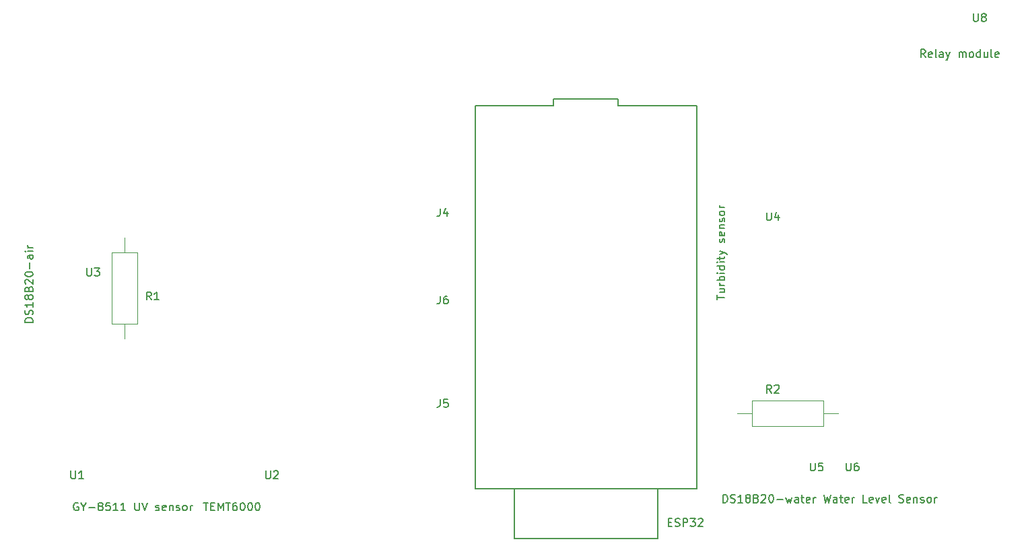
<source format=gbr>
%TF.GenerationSoftware,KiCad,Pcbnew,7.0.10*%
%TF.CreationDate,2024-02-03T15:37:23+02:00*%
%TF.ProjectId,Liubomir_Stanev_PCB,4c697562-6f6d-4697-925f-5374616e6576,rev?*%
%TF.SameCoordinates,Original*%
%TF.FileFunction,AssemblyDrawing,Top*%
%FSLAX46Y46*%
G04 Gerber Fmt 4.6, Leading zero omitted, Abs format (unit mm)*
G04 Created by KiCad (PCBNEW 7.0.10) date 2024-02-03 15:37:23*
%MOMM*%
%LPD*%
G01*
G04 APERTURE LIST*
%ADD10C,0.150000*%
%ADD11C,0.100000*%
%ADD12C,0.127000*%
G04 APERTURE END LIST*
D10*
X141238095Y-106454819D02*
X141238095Y-105454819D01*
X141238095Y-105454819D02*
X141476190Y-105454819D01*
X141476190Y-105454819D02*
X141619047Y-105502438D01*
X141619047Y-105502438D02*
X141714285Y-105597676D01*
X141714285Y-105597676D02*
X141761904Y-105692914D01*
X141761904Y-105692914D02*
X141809523Y-105883390D01*
X141809523Y-105883390D02*
X141809523Y-106026247D01*
X141809523Y-106026247D02*
X141761904Y-106216723D01*
X141761904Y-106216723D02*
X141714285Y-106311961D01*
X141714285Y-106311961D02*
X141619047Y-106407200D01*
X141619047Y-106407200D02*
X141476190Y-106454819D01*
X141476190Y-106454819D02*
X141238095Y-106454819D01*
X142190476Y-106407200D02*
X142333333Y-106454819D01*
X142333333Y-106454819D02*
X142571428Y-106454819D01*
X142571428Y-106454819D02*
X142666666Y-106407200D01*
X142666666Y-106407200D02*
X142714285Y-106359580D01*
X142714285Y-106359580D02*
X142761904Y-106264342D01*
X142761904Y-106264342D02*
X142761904Y-106169104D01*
X142761904Y-106169104D02*
X142714285Y-106073866D01*
X142714285Y-106073866D02*
X142666666Y-106026247D01*
X142666666Y-106026247D02*
X142571428Y-105978628D01*
X142571428Y-105978628D02*
X142380952Y-105931009D01*
X142380952Y-105931009D02*
X142285714Y-105883390D01*
X142285714Y-105883390D02*
X142238095Y-105835771D01*
X142238095Y-105835771D02*
X142190476Y-105740533D01*
X142190476Y-105740533D02*
X142190476Y-105645295D01*
X142190476Y-105645295D02*
X142238095Y-105550057D01*
X142238095Y-105550057D02*
X142285714Y-105502438D01*
X142285714Y-105502438D02*
X142380952Y-105454819D01*
X142380952Y-105454819D02*
X142619047Y-105454819D01*
X142619047Y-105454819D02*
X142761904Y-105502438D01*
X143714285Y-106454819D02*
X143142857Y-106454819D01*
X143428571Y-106454819D02*
X143428571Y-105454819D01*
X143428571Y-105454819D02*
X143333333Y-105597676D01*
X143333333Y-105597676D02*
X143238095Y-105692914D01*
X143238095Y-105692914D02*
X143142857Y-105740533D01*
X144285714Y-105883390D02*
X144190476Y-105835771D01*
X144190476Y-105835771D02*
X144142857Y-105788152D01*
X144142857Y-105788152D02*
X144095238Y-105692914D01*
X144095238Y-105692914D02*
X144095238Y-105645295D01*
X144095238Y-105645295D02*
X144142857Y-105550057D01*
X144142857Y-105550057D02*
X144190476Y-105502438D01*
X144190476Y-105502438D02*
X144285714Y-105454819D01*
X144285714Y-105454819D02*
X144476190Y-105454819D01*
X144476190Y-105454819D02*
X144571428Y-105502438D01*
X144571428Y-105502438D02*
X144619047Y-105550057D01*
X144619047Y-105550057D02*
X144666666Y-105645295D01*
X144666666Y-105645295D02*
X144666666Y-105692914D01*
X144666666Y-105692914D02*
X144619047Y-105788152D01*
X144619047Y-105788152D02*
X144571428Y-105835771D01*
X144571428Y-105835771D02*
X144476190Y-105883390D01*
X144476190Y-105883390D02*
X144285714Y-105883390D01*
X144285714Y-105883390D02*
X144190476Y-105931009D01*
X144190476Y-105931009D02*
X144142857Y-105978628D01*
X144142857Y-105978628D02*
X144095238Y-106073866D01*
X144095238Y-106073866D02*
X144095238Y-106264342D01*
X144095238Y-106264342D02*
X144142857Y-106359580D01*
X144142857Y-106359580D02*
X144190476Y-106407200D01*
X144190476Y-106407200D02*
X144285714Y-106454819D01*
X144285714Y-106454819D02*
X144476190Y-106454819D01*
X144476190Y-106454819D02*
X144571428Y-106407200D01*
X144571428Y-106407200D02*
X144619047Y-106359580D01*
X144619047Y-106359580D02*
X144666666Y-106264342D01*
X144666666Y-106264342D02*
X144666666Y-106073866D01*
X144666666Y-106073866D02*
X144619047Y-105978628D01*
X144619047Y-105978628D02*
X144571428Y-105931009D01*
X144571428Y-105931009D02*
X144476190Y-105883390D01*
X145428571Y-105931009D02*
X145571428Y-105978628D01*
X145571428Y-105978628D02*
X145619047Y-106026247D01*
X145619047Y-106026247D02*
X145666666Y-106121485D01*
X145666666Y-106121485D02*
X145666666Y-106264342D01*
X145666666Y-106264342D02*
X145619047Y-106359580D01*
X145619047Y-106359580D02*
X145571428Y-106407200D01*
X145571428Y-106407200D02*
X145476190Y-106454819D01*
X145476190Y-106454819D02*
X145095238Y-106454819D01*
X145095238Y-106454819D02*
X145095238Y-105454819D01*
X145095238Y-105454819D02*
X145428571Y-105454819D01*
X145428571Y-105454819D02*
X145523809Y-105502438D01*
X145523809Y-105502438D02*
X145571428Y-105550057D01*
X145571428Y-105550057D02*
X145619047Y-105645295D01*
X145619047Y-105645295D02*
X145619047Y-105740533D01*
X145619047Y-105740533D02*
X145571428Y-105835771D01*
X145571428Y-105835771D02*
X145523809Y-105883390D01*
X145523809Y-105883390D02*
X145428571Y-105931009D01*
X145428571Y-105931009D02*
X145095238Y-105931009D01*
X146047619Y-105550057D02*
X146095238Y-105502438D01*
X146095238Y-105502438D02*
X146190476Y-105454819D01*
X146190476Y-105454819D02*
X146428571Y-105454819D01*
X146428571Y-105454819D02*
X146523809Y-105502438D01*
X146523809Y-105502438D02*
X146571428Y-105550057D01*
X146571428Y-105550057D02*
X146619047Y-105645295D01*
X146619047Y-105645295D02*
X146619047Y-105740533D01*
X146619047Y-105740533D02*
X146571428Y-105883390D01*
X146571428Y-105883390D02*
X146000000Y-106454819D01*
X146000000Y-106454819D02*
X146619047Y-106454819D01*
X147238095Y-105454819D02*
X147333333Y-105454819D01*
X147333333Y-105454819D02*
X147428571Y-105502438D01*
X147428571Y-105502438D02*
X147476190Y-105550057D01*
X147476190Y-105550057D02*
X147523809Y-105645295D01*
X147523809Y-105645295D02*
X147571428Y-105835771D01*
X147571428Y-105835771D02*
X147571428Y-106073866D01*
X147571428Y-106073866D02*
X147523809Y-106264342D01*
X147523809Y-106264342D02*
X147476190Y-106359580D01*
X147476190Y-106359580D02*
X147428571Y-106407200D01*
X147428571Y-106407200D02*
X147333333Y-106454819D01*
X147333333Y-106454819D02*
X147238095Y-106454819D01*
X147238095Y-106454819D02*
X147142857Y-106407200D01*
X147142857Y-106407200D02*
X147095238Y-106359580D01*
X147095238Y-106359580D02*
X147047619Y-106264342D01*
X147047619Y-106264342D02*
X147000000Y-106073866D01*
X147000000Y-106073866D02*
X147000000Y-105835771D01*
X147000000Y-105835771D02*
X147047619Y-105645295D01*
X147047619Y-105645295D02*
X147095238Y-105550057D01*
X147095238Y-105550057D02*
X147142857Y-105502438D01*
X147142857Y-105502438D02*
X147238095Y-105454819D01*
X148000000Y-106073866D02*
X148761905Y-106073866D01*
X149142857Y-105788152D02*
X149333333Y-106454819D01*
X149333333Y-106454819D02*
X149523809Y-105978628D01*
X149523809Y-105978628D02*
X149714285Y-106454819D01*
X149714285Y-106454819D02*
X149904761Y-105788152D01*
X150714285Y-106454819D02*
X150714285Y-105931009D01*
X150714285Y-105931009D02*
X150666666Y-105835771D01*
X150666666Y-105835771D02*
X150571428Y-105788152D01*
X150571428Y-105788152D02*
X150380952Y-105788152D01*
X150380952Y-105788152D02*
X150285714Y-105835771D01*
X150714285Y-106407200D02*
X150619047Y-106454819D01*
X150619047Y-106454819D02*
X150380952Y-106454819D01*
X150380952Y-106454819D02*
X150285714Y-106407200D01*
X150285714Y-106407200D02*
X150238095Y-106311961D01*
X150238095Y-106311961D02*
X150238095Y-106216723D01*
X150238095Y-106216723D02*
X150285714Y-106121485D01*
X150285714Y-106121485D02*
X150380952Y-106073866D01*
X150380952Y-106073866D02*
X150619047Y-106073866D01*
X150619047Y-106073866D02*
X150714285Y-106026247D01*
X151047619Y-105788152D02*
X151428571Y-105788152D01*
X151190476Y-105454819D02*
X151190476Y-106311961D01*
X151190476Y-106311961D02*
X151238095Y-106407200D01*
X151238095Y-106407200D02*
X151333333Y-106454819D01*
X151333333Y-106454819D02*
X151428571Y-106454819D01*
X152142857Y-106407200D02*
X152047619Y-106454819D01*
X152047619Y-106454819D02*
X151857143Y-106454819D01*
X151857143Y-106454819D02*
X151761905Y-106407200D01*
X151761905Y-106407200D02*
X151714286Y-106311961D01*
X151714286Y-106311961D02*
X151714286Y-105931009D01*
X151714286Y-105931009D02*
X151761905Y-105835771D01*
X151761905Y-105835771D02*
X151857143Y-105788152D01*
X151857143Y-105788152D02*
X152047619Y-105788152D01*
X152047619Y-105788152D02*
X152142857Y-105835771D01*
X152142857Y-105835771D02*
X152190476Y-105931009D01*
X152190476Y-105931009D02*
X152190476Y-106026247D01*
X152190476Y-106026247D02*
X151714286Y-106121485D01*
X152619048Y-106454819D02*
X152619048Y-105788152D01*
X152619048Y-105978628D02*
X152666667Y-105883390D01*
X152666667Y-105883390D02*
X152714286Y-105835771D01*
X152714286Y-105835771D02*
X152809524Y-105788152D01*
X152809524Y-105788152D02*
X152904762Y-105788152D01*
X152238095Y-101454819D02*
X152238095Y-102264342D01*
X152238095Y-102264342D02*
X152285714Y-102359580D01*
X152285714Y-102359580D02*
X152333333Y-102407200D01*
X152333333Y-102407200D02*
X152428571Y-102454819D01*
X152428571Y-102454819D02*
X152619047Y-102454819D01*
X152619047Y-102454819D02*
X152714285Y-102407200D01*
X152714285Y-102407200D02*
X152761904Y-102359580D01*
X152761904Y-102359580D02*
X152809523Y-102264342D01*
X152809523Y-102264342D02*
X152809523Y-101454819D01*
X153761904Y-101454819D02*
X153285714Y-101454819D01*
X153285714Y-101454819D02*
X153238095Y-101931009D01*
X153238095Y-101931009D02*
X153285714Y-101883390D01*
X153285714Y-101883390D02*
X153380952Y-101835771D01*
X153380952Y-101835771D02*
X153619047Y-101835771D01*
X153619047Y-101835771D02*
X153714285Y-101883390D01*
X153714285Y-101883390D02*
X153761904Y-101931009D01*
X153761904Y-101931009D02*
X153809523Y-102026247D01*
X153809523Y-102026247D02*
X153809523Y-102264342D01*
X153809523Y-102264342D02*
X153761904Y-102359580D01*
X153761904Y-102359580D02*
X153714285Y-102407200D01*
X153714285Y-102407200D02*
X153619047Y-102454819D01*
X153619047Y-102454819D02*
X153380952Y-102454819D01*
X153380952Y-102454819D02*
X153285714Y-102407200D01*
X153285714Y-102407200D02*
X153238095Y-102359580D01*
X69333333Y-80954819D02*
X69000000Y-80478628D01*
X68761905Y-80954819D02*
X68761905Y-79954819D01*
X68761905Y-79954819D02*
X69142857Y-79954819D01*
X69142857Y-79954819D02*
X69238095Y-80002438D01*
X69238095Y-80002438D02*
X69285714Y-80050057D01*
X69285714Y-80050057D02*
X69333333Y-80145295D01*
X69333333Y-80145295D02*
X69333333Y-80288152D01*
X69333333Y-80288152D02*
X69285714Y-80383390D01*
X69285714Y-80383390D02*
X69238095Y-80431009D01*
X69238095Y-80431009D02*
X69142857Y-80478628D01*
X69142857Y-80478628D02*
X68761905Y-80478628D01*
X70285714Y-80954819D02*
X69714286Y-80954819D01*
X70000000Y-80954819D02*
X70000000Y-79954819D01*
X70000000Y-79954819D02*
X69904762Y-80097676D01*
X69904762Y-80097676D02*
X69809524Y-80192914D01*
X69809524Y-80192914D02*
X69714286Y-80240533D01*
X105666666Y-69454819D02*
X105666666Y-70169104D01*
X105666666Y-70169104D02*
X105619047Y-70311961D01*
X105619047Y-70311961D02*
X105523809Y-70407200D01*
X105523809Y-70407200D02*
X105380952Y-70454819D01*
X105380952Y-70454819D02*
X105285714Y-70454819D01*
X106571428Y-69788152D02*
X106571428Y-70454819D01*
X106333333Y-69407200D02*
X106095238Y-70121485D01*
X106095238Y-70121485D02*
X106714285Y-70121485D01*
X75904762Y-106454819D02*
X76476190Y-106454819D01*
X76190476Y-107454819D02*
X76190476Y-106454819D01*
X76809524Y-106931009D02*
X77142857Y-106931009D01*
X77285714Y-107454819D02*
X76809524Y-107454819D01*
X76809524Y-107454819D02*
X76809524Y-106454819D01*
X76809524Y-106454819D02*
X77285714Y-106454819D01*
X77714286Y-107454819D02*
X77714286Y-106454819D01*
X77714286Y-106454819D02*
X78047619Y-107169104D01*
X78047619Y-107169104D02*
X78380952Y-106454819D01*
X78380952Y-106454819D02*
X78380952Y-107454819D01*
X78714286Y-106454819D02*
X79285714Y-106454819D01*
X79000000Y-107454819D02*
X79000000Y-106454819D01*
X80047619Y-106454819D02*
X79857143Y-106454819D01*
X79857143Y-106454819D02*
X79761905Y-106502438D01*
X79761905Y-106502438D02*
X79714286Y-106550057D01*
X79714286Y-106550057D02*
X79619048Y-106692914D01*
X79619048Y-106692914D02*
X79571429Y-106883390D01*
X79571429Y-106883390D02*
X79571429Y-107264342D01*
X79571429Y-107264342D02*
X79619048Y-107359580D01*
X79619048Y-107359580D02*
X79666667Y-107407200D01*
X79666667Y-107407200D02*
X79761905Y-107454819D01*
X79761905Y-107454819D02*
X79952381Y-107454819D01*
X79952381Y-107454819D02*
X80047619Y-107407200D01*
X80047619Y-107407200D02*
X80095238Y-107359580D01*
X80095238Y-107359580D02*
X80142857Y-107264342D01*
X80142857Y-107264342D02*
X80142857Y-107026247D01*
X80142857Y-107026247D02*
X80095238Y-106931009D01*
X80095238Y-106931009D02*
X80047619Y-106883390D01*
X80047619Y-106883390D02*
X79952381Y-106835771D01*
X79952381Y-106835771D02*
X79761905Y-106835771D01*
X79761905Y-106835771D02*
X79666667Y-106883390D01*
X79666667Y-106883390D02*
X79619048Y-106931009D01*
X79619048Y-106931009D02*
X79571429Y-107026247D01*
X80761905Y-106454819D02*
X80857143Y-106454819D01*
X80857143Y-106454819D02*
X80952381Y-106502438D01*
X80952381Y-106502438D02*
X81000000Y-106550057D01*
X81000000Y-106550057D02*
X81047619Y-106645295D01*
X81047619Y-106645295D02*
X81095238Y-106835771D01*
X81095238Y-106835771D02*
X81095238Y-107073866D01*
X81095238Y-107073866D02*
X81047619Y-107264342D01*
X81047619Y-107264342D02*
X81000000Y-107359580D01*
X81000000Y-107359580D02*
X80952381Y-107407200D01*
X80952381Y-107407200D02*
X80857143Y-107454819D01*
X80857143Y-107454819D02*
X80761905Y-107454819D01*
X80761905Y-107454819D02*
X80666667Y-107407200D01*
X80666667Y-107407200D02*
X80619048Y-107359580D01*
X80619048Y-107359580D02*
X80571429Y-107264342D01*
X80571429Y-107264342D02*
X80523810Y-107073866D01*
X80523810Y-107073866D02*
X80523810Y-106835771D01*
X80523810Y-106835771D02*
X80571429Y-106645295D01*
X80571429Y-106645295D02*
X80619048Y-106550057D01*
X80619048Y-106550057D02*
X80666667Y-106502438D01*
X80666667Y-106502438D02*
X80761905Y-106454819D01*
X81714286Y-106454819D02*
X81809524Y-106454819D01*
X81809524Y-106454819D02*
X81904762Y-106502438D01*
X81904762Y-106502438D02*
X81952381Y-106550057D01*
X81952381Y-106550057D02*
X82000000Y-106645295D01*
X82000000Y-106645295D02*
X82047619Y-106835771D01*
X82047619Y-106835771D02*
X82047619Y-107073866D01*
X82047619Y-107073866D02*
X82000000Y-107264342D01*
X82000000Y-107264342D02*
X81952381Y-107359580D01*
X81952381Y-107359580D02*
X81904762Y-107407200D01*
X81904762Y-107407200D02*
X81809524Y-107454819D01*
X81809524Y-107454819D02*
X81714286Y-107454819D01*
X81714286Y-107454819D02*
X81619048Y-107407200D01*
X81619048Y-107407200D02*
X81571429Y-107359580D01*
X81571429Y-107359580D02*
X81523810Y-107264342D01*
X81523810Y-107264342D02*
X81476191Y-107073866D01*
X81476191Y-107073866D02*
X81476191Y-106835771D01*
X81476191Y-106835771D02*
X81523810Y-106645295D01*
X81523810Y-106645295D02*
X81571429Y-106550057D01*
X81571429Y-106550057D02*
X81619048Y-106502438D01*
X81619048Y-106502438D02*
X81714286Y-106454819D01*
X82666667Y-106454819D02*
X82761905Y-106454819D01*
X82761905Y-106454819D02*
X82857143Y-106502438D01*
X82857143Y-106502438D02*
X82904762Y-106550057D01*
X82904762Y-106550057D02*
X82952381Y-106645295D01*
X82952381Y-106645295D02*
X83000000Y-106835771D01*
X83000000Y-106835771D02*
X83000000Y-107073866D01*
X83000000Y-107073866D02*
X82952381Y-107264342D01*
X82952381Y-107264342D02*
X82904762Y-107359580D01*
X82904762Y-107359580D02*
X82857143Y-107407200D01*
X82857143Y-107407200D02*
X82761905Y-107454819D01*
X82761905Y-107454819D02*
X82666667Y-107454819D01*
X82666667Y-107454819D02*
X82571429Y-107407200D01*
X82571429Y-107407200D02*
X82523810Y-107359580D01*
X82523810Y-107359580D02*
X82476191Y-107264342D01*
X82476191Y-107264342D02*
X82428572Y-107073866D01*
X82428572Y-107073866D02*
X82428572Y-106835771D01*
X82428572Y-106835771D02*
X82476191Y-106645295D01*
X82476191Y-106645295D02*
X82523810Y-106550057D01*
X82523810Y-106550057D02*
X82571429Y-106502438D01*
X82571429Y-106502438D02*
X82666667Y-106454819D01*
X83738095Y-102454819D02*
X83738095Y-103264342D01*
X83738095Y-103264342D02*
X83785714Y-103359580D01*
X83785714Y-103359580D02*
X83833333Y-103407200D01*
X83833333Y-103407200D02*
X83928571Y-103454819D01*
X83928571Y-103454819D02*
X84119047Y-103454819D01*
X84119047Y-103454819D02*
X84214285Y-103407200D01*
X84214285Y-103407200D02*
X84261904Y-103359580D01*
X84261904Y-103359580D02*
X84309523Y-103264342D01*
X84309523Y-103264342D02*
X84309523Y-102454819D01*
X84738095Y-102550057D02*
X84785714Y-102502438D01*
X84785714Y-102502438D02*
X84880952Y-102454819D01*
X84880952Y-102454819D02*
X85119047Y-102454819D01*
X85119047Y-102454819D02*
X85214285Y-102502438D01*
X85214285Y-102502438D02*
X85261904Y-102550057D01*
X85261904Y-102550057D02*
X85309523Y-102645295D01*
X85309523Y-102645295D02*
X85309523Y-102740533D01*
X85309523Y-102740533D02*
X85261904Y-102883390D01*
X85261904Y-102883390D02*
X84690476Y-103454819D01*
X84690476Y-103454819D02*
X85309523Y-103454819D01*
X166690475Y-50454819D02*
X166357142Y-49978628D01*
X166119047Y-50454819D02*
X166119047Y-49454819D01*
X166119047Y-49454819D02*
X166499999Y-49454819D01*
X166499999Y-49454819D02*
X166595237Y-49502438D01*
X166595237Y-49502438D02*
X166642856Y-49550057D01*
X166642856Y-49550057D02*
X166690475Y-49645295D01*
X166690475Y-49645295D02*
X166690475Y-49788152D01*
X166690475Y-49788152D02*
X166642856Y-49883390D01*
X166642856Y-49883390D02*
X166595237Y-49931009D01*
X166595237Y-49931009D02*
X166499999Y-49978628D01*
X166499999Y-49978628D02*
X166119047Y-49978628D01*
X167499999Y-50407200D02*
X167404761Y-50454819D01*
X167404761Y-50454819D02*
X167214285Y-50454819D01*
X167214285Y-50454819D02*
X167119047Y-50407200D01*
X167119047Y-50407200D02*
X167071428Y-50311961D01*
X167071428Y-50311961D02*
X167071428Y-49931009D01*
X167071428Y-49931009D02*
X167119047Y-49835771D01*
X167119047Y-49835771D02*
X167214285Y-49788152D01*
X167214285Y-49788152D02*
X167404761Y-49788152D01*
X167404761Y-49788152D02*
X167499999Y-49835771D01*
X167499999Y-49835771D02*
X167547618Y-49931009D01*
X167547618Y-49931009D02*
X167547618Y-50026247D01*
X167547618Y-50026247D02*
X167071428Y-50121485D01*
X168119047Y-50454819D02*
X168023809Y-50407200D01*
X168023809Y-50407200D02*
X167976190Y-50311961D01*
X167976190Y-50311961D02*
X167976190Y-49454819D01*
X168928571Y-50454819D02*
X168928571Y-49931009D01*
X168928571Y-49931009D02*
X168880952Y-49835771D01*
X168880952Y-49835771D02*
X168785714Y-49788152D01*
X168785714Y-49788152D02*
X168595238Y-49788152D01*
X168595238Y-49788152D02*
X168500000Y-49835771D01*
X168928571Y-50407200D02*
X168833333Y-50454819D01*
X168833333Y-50454819D02*
X168595238Y-50454819D01*
X168595238Y-50454819D02*
X168500000Y-50407200D01*
X168500000Y-50407200D02*
X168452381Y-50311961D01*
X168452381Y-50311961D02*
X168452381Y-50216723D01*
X168452381Y-50216723D02*
X168500000Y-50121485D01*
X168500000Y-50121485D02*
X168595238Y-50073866D01*
X168595238Y-50073866D02*
X168833333Y-50073866D01*
X168833333Y-50073866D02*
X168928571Y-50026247D01*
X169309524Y-49788152D02*
X169547619Y-50454819D01*
X169785714Y-49788152D02*
X169547619Y-50454819D01*
X169547619Y-50454819D02*
X169452381Y-50692914D01*
X169452381Y-50692914D02*
X169404762Y-50740533D01*
X169404762Y-50740533D02*
X169309524Y-50788152D01*
X170928572Y-50454819D02*
X170928572Y-49788152D01*
X170928572Y-49883390D02*
X170976191Y-49835771D01*
X170976191Y-49835771D02*
X171071429Y-49788152D01*
X171071429Y-49788152D02*
X171214286Y-49788152D01*
X171214286Y-49788152D02*
X171309524Y-49835771D01*
X171309524Y-49835771D02*
X171357143Y-49931009D01*
X171357143Y-49931009D02*
X171357143Y-50454819D01*
X171357143Y-49931009D02*
X171404762Y-49835771D01*
X171404762Y-49835771D02*
X171500000Y-49788152D01*
X171500000Y-49788152D02*
X171642857Y-49788152D01*
X171642857Y-49788152D02*
X171738096Y-49835771D01*
X171738096Y-49835771D02*
X171785715Y-49931009D01*
X171785715Y-49931009D02*
X171785715Y-50454819D01*
X172404762Y-50454819D02*
X172309524Y-50407200D01*
X172309524Y-50407200D02*
X172261905Y-50359580D01*
X172261905Y-50359580D02*
X172214286Y-50264342D01*
X172214286Y-50264342D02*
X172214286Y-49978628D01*
X172214286Y-49978628D02*
X172261905Y-49883390D01*
X172261905Y-49883390D02*
X172309524Y-49835771D01*
X172309524Y-49835771D02*
X172404762Y-49788152D01*
X172404762Y-49788152D02*
X172547619Y-49788152D01*
X172547619Y-49788152D02*
X172642857Y-49835771D01*
X172642857Y-49835771D02*
X172690476Y-49883390D01*
X172690476Y-49883390D02*
X172738095Y-49978628D01*
X172738095Y-49978628D02*
X172738095Y-50264342D01*
X172738095Y-50264342D02*
X172690476Y-50359580D01*
X172690476Y-50359580D02*
X172642857Y-50407200D01*
X172642857Y-50407200D02*
X172547619Y-50454819D01*
X172547619Y-50454819D02*
X172404762Y-50454819D01*
X173595238Y-50454819D02*
X173595238Y-49454819D01*
X173595238Y-50407200D02*
X173500000Y-50454819D01*
X173500000Y-50454819D02*
X173309524Y-50454819D01*
X173309524Y-50454819D02*
X173214286Y-50407200D01*
X173214286Y-50407200D02*
X173166667Y-50359580D01*
X173166667Y-50359580D02*
X173119048Y-50264342D01*
X173119048Y-50264342D02*
X173119048Y-49978628D01*
X173119048Y-49978628D02*
X173166667Y-49883390D01*
X173166667Y-49883390D02*
X173214286Y-49835771D01*
X173214286Y-49835771D02*
X173309524Y-49788152D01*
X173309524Y-49788152D02*
X173500000Y-49788152D01*
X173500000Y-49788152D02*
X173595238Y-49835771D01*
X174500000Y-49788152D02*
X174500000Y-50454819D01*
X174071429Y-49788152D02*
X174071429Y-50311961D01*
X174071429Y-50311961D02*
X174119048Y-50407200D01*
X174119048Y-50407200D02*
X174214286Y-50454819D01*
X174214286Y-50454819D02*
X174357143Y-50454819D01*
X174357143Y-50454819D02*
X174452381Y-50407200D01*
X174452381Y-50407200D02*
X174500000Y-50359580D01*
X175119048Y-50454819D02*
X175023810Y-50407200D01*
X175023810Y-50407200D02*
X174976191Y-50311961D01*
X174976191Y-50311961D02*
X174976191Y-49454819D01*
X175880953Y-50407200D02*
X175785715Y-50454819D01*
X175785715Y-50454819D02*
X175595239Y-50454819D01*
X175595239Y-50454819D02*
X175500001Y-50407200D01*
X175500001Y-50407200D02*
X175452382Y-50311961D01*
X175452382Y-50311961D02*
X175452382Y-49931009D01*
X175452382Y-49931009D02*
X175500001Y-49835771D01*
X175500001Y-49835771D02*
X175595239Y-49788152D01*
X175595239Y-49788152D02*
X175785715Y-49788152D01*
X175785715Y-49788152D02*
X175880953Y-49835771D01*
X175880953Y-49835771D02*
X175928572Y-49931009D01*
X175928572Y-49931009D02*
X175928572Y-50026247D01*
X175928572Y-50026247D02*
X175452382Y-50121485D01*
X172738095Y-44954819D02*
X172738095Y-45764342D01*
X172738095Y-45764342D02*
X172785714Y-45859580D01*
X172785714Y-45859580D02*
X172833333Y-45907200D01*
X172833333Y-45907200D02*
X172928571Y-45954819D01*
X172928571Y-45954819D02*
X173119047Y-45954819D01*
X173119047Y-45954819D02*
X173214285Y-45907200D01*
X173214285Y-45907200D02*
X173261904Y-45859580D01*
X173261904Y-45859580D02*
X173309523Y-45764342D01*
X173309523Y-45764342D02*
X173309523Y-44954819D01*
X173928571Y-45383390D02*
X173833333Y-45335771D01*
X173833333Y-45335771D02*
X173785714Y-45288152D01*
X173785714Y-45288152D02*
X173738095Y-45192914D01*
X173738095Y-45192914D02*
X173738095Y-45145295D01*
X173738095Y-45145295D02*
X173785714Y-45050057D01*
X173785714Y-45050057D02*
X173833333Y-45002438D01*
X173833333Y-45002438D02*
X173928571Y-44954819D01*
X173928571Y-44954819D02*
X174119047Y-44954819D01*
X174119047Y-44954819D02*
X174214285Y-45002438D01*
X174214285Y-45002438D02*
X174261904Y-45050057D01*
X174261904Y-45050057D02*
X174309523Y-45145295D01*
X174309523Y-45145295D02*
X174309523Y-45192914D01*
X174309523Y-45192914D02*
X174261904Y-45288152D01*
X174261904Y-45288152D02*
X174214285Y-45335771D01*
X174214285Y-45335771D02*
X174119047Y-45383390D01*
X174119047Y-45383390D02*
X173928571Y-45383390D01*
X173928571Y-45383390D02*
X173833333Y-45431009D01*
X173833333Y-45431009D02*
X173785714Y-45478628D01*
X173785714Y-45478628D02*
X173738095Y-45573866D01*
X173738095Y-45573866D02*
X173738095Y-45764342D01*
X173738095Y-45764342D02*
X173785714Y-45859580D01*
X173785714Y-45859580D02*
X173833333Y-45907200D01*
X173833333Y-45907200D02*
X173928571Y-45954819D01*
X173928571Y-45954819D02*
X174119047Y-45954819D01*
X174119047Y-45954819D02*
X174214285Y-45907200D01*
X174214285Y-45907200D02*
X174261904Y-45859580D01*
X174261904Y-45859580D02*
X174309523Y-45764342D01*
X174309523Y-45764342D02*
X174309523Y-45573866D01*
X174309523Y-45573866D02*
X174261904Y-45478628D01*
X174261904Y-45478628D02*
X174214285Y-45431009D01*
X174214285Y-45431009D02*
X174119047Y-45383390D01*
X105666666Y-80454819D02*
X105666666Y-81169104D01*
X105666666Y-81169104D02*
X105619047Y-81311961D01*
X105619047Y-81311961D02*
X105523809Y-81407200D01*
X105523809Y-81407200D02*
X105380952Y-81454819D01*
X105380952Y-81454819D02*
X105285714Y-81454819D01*
X106571428Y-80454819D02*
X106380952Y-80454819D01*
X106380952Y-80454819D02*
X106285714Y-80502438D01*
X106285714Y-80502438D02*
X106238095Y-80550057D01*
X106238095Y-80550057D02*
X106142857Y-80692914D01*
X106142857Y-80692914D02*
X106095238Y-80883390D01*
X106095238Y-80883390D02*
X106095238Y-81264342D01*
X106095238Y-81264342D02*
X106142857Y-81359580D01*
X106142857Y-81359580D02*
X106190476Y-81407200D01*
X106190476Y-81407200D02*
X106285714Y-81454819D01*
X106285714Y-81454819D02*
X106476190Y-81454819D01*
X106476190Y-81454819D02*
X106571428Y-81407200D01*
X106571428Y-81407200D02*
X106619047Y-81359580D01*
X106619047Y-81359580D02*
X106666666Y-81264342D01*
X106666666Y-81264342D02*
X106666666Y-81026247D01*
X106666666Y-81026247D02*
X106619047Y-80931009D01*
X106619047Y-80931009D02*
X106571428Y-80883390D01*
X106571428Y-80883390D02*
X106476190Y-80835771D01*
X106476190Y-80835771D02*
X106285714Y-80835771D01*
X106285714Y-80835771D02*
X106190476Y-80883390D01*
X106190476Y-80883390D02*
X106142857Y-80931009D01*
X106142857Y-80931009D02*
X106095238Y-81026247D01*
X134357143Y-108931009D02*
X134690476Y-108931009D01*
X134833333Y-109454819D02*
X134357143Y-109454819D01*
X134357143Y-109454819D02*
X134357143Y-108454819D01*
X134357143Y-108454819D02*
X134833333Y-108454819D01*
X135214286Y-109407200D02*
X135357143Y-109454819D01*
X135357143Y-109454819D02*
X135595238Y-109454819D01*
X135595238Y-109454819D02*
X135690476Y-109407200D01*
X135690476Y-109407200D02*
X135738095Y-109359580D01*
X135738095Y-109359580D02*
X135785714Y-109264342D01*
X135785714Y-109264342D02*
X135785714Y-109169104D01*
X135785714Y-109169104D02*
X135738095Y-109073866D01*
X135738095Y-109073866D02*
X135690476Y-109026247D01*
X135690476Y-109026247D02*
X135595238Y-108978628D01*
X135595238Y-108978628D02*
X135404762Y-108931009D01*
X135404762Y-108931009D02*
X135309524Y-108883390D01*
X135309524Y-108883390D02*
X135261905Y-108835771D01*
X135261905Y-108835771D02*
X135214286Y-108740533D01*
X135214286Y-108740533D02*
X135214286Y-108645295D01*
X135214286Y-108645295D02*
X135261905Y-108550057D01*
X135261905Y-108550057D02*
X135309524Y-108502438D01*
X135309524Y-108502438D02*
X135404762Y-108454819D01*
X135404762Y-108454819D02*
X135642857Y-108454819D01*
X135642857Y-108454819D02*
X135785714Y-108502438D01*
X136214286Y-109454819D02*
X136214286Y-108454819D01*
X136214286Y-108454819D02*
X136595238Y-108454819D01*
X136595238Y-108454819D02*
X136690476Y-108502438D01*
X136690476Y-108502438D02*
X136738095Y-108550057D01*
X136738095Y-108550057D02*
X136785714Y-108645295D01*
X136785714Y-108645295D02*
X136785714Y-108788152D01*
X136785714Y-108788152D02*
X136738095Y-108883390D01*
X136738095Y-108883390D02*
X136690476Y-108931009D01*
X136690476Y-108931009D02*
X136595238Y-108978628D01*
X136595238Y-108978628D02*
X136214286Y-108978628D01*
X137119048Y-108454819D02*
X137738095Y-108454819D01*
X137738095Y-108454819D02*
X137404762Y-108835771D01*
X137404762Y-108835771D02*
X137547619Y-108835771D01*
X137547619Y-108835771D02*
X137642857Y-108883390D01*
X137642857Y-108883390D02*
X137690476Y-108931009D01*
X137690476Y-108931009D02*
X137738095Y-109026247D01*
X137738095Y-109026247D02*
X137738095Y-109264342D01*
X137738095Y-109264342D02*
X137690476Y-109359580D01*
X137690476Y-109359580D02*
X137642857Y-109407200D01*
X137642857Y-109407200D02*
X137547619Y-109454819D01*
X137547619Y-109454819D02*
X137261905Y-109454819D01*
X137261905Y-109454819D02*
X137166667Y-109407200D01*
X137166667Y-109407200D02*
X137119048Y-109359580D01*
X138119048Y-108550057D02*
X138166667Y-108502438D01*
X138166667Y-108502438D02*
X138261905Y-108454819D01*
X138261905Y-108454819D02*
X138500000Y-108454819D01*
X138500000Y-108454819D02*
X138595238Y-108502438D01*
X138595238Y-108502438D02*
X138642857Y-108550057D01*
X138642857Y-108550057D02*
X138690476Y-108645295D01*
X138690476Y-108645295D02*
X138690476Y-108740533D01*
X138690476Y-108740533D02*
X138642857Y-108883390D01*
X138642857Y-108883390D02*
X138071429Y-109454819D01*
X138071429Y-109454819D02*
X138690476Y-109454819D01*
X105666666Y-93454819D02*
X105666666Y-94169104D01*
X105666666Y-94169104D02*
X105619047Y-94311961D01*
X105619047Y-94311961D02*
X105523809Y-94407200D01*
X105523809Y-94407200D02*
X105380952Y-94454819D01*
X105380952Y-94454819D02*
X105285714Y-94454819D01*
X106619047Y-93454819D02*
X106142857Y-93454819D01*
X106142857Y-93454819D02*
X106095238Y-93931009D01*
X106095238Y-93931009D02*
X106142857Y-93883390D01*
X106142857Y-93883390D02*
X106238095Y-93835771D01*
X106238095Y-93835771D02*
X106476190Y-93835771D01*
X106476190Y-93835771D02*
X106571428Y-93883390D01*
X106571428Y-93883390D02*
X106619047Y-93931009D01*
X106619047Y-93931009D02*
X106666666Y-94026247D01*
X106666666Y-94026247D02*
X106666666Y-94264342D01*
X106666666Y-94264342D02*
X106619047Y-94359580D01*
X106619047Y-94359580D02*
X106571428Y-94407200D01*
X106571428Y-94407200D02*
X106476190Y-94454819D01*
X106476190Y-94454819D02*
X106238095Y-94454819D01*
X106238095Y-94454819D02*
X106142857Y-94407200D01*
X106142857Y-94407200D02*
X106095238Y-94359580D01*
X147333333Y-92654819D02*
X147000000Y-92178628D01*
X146761905Y-92654819D02*
X146761905Y-91654819D01*
X146761905Y-91654819D02*
X147142857Y-91654819D01*
X147142857Y-91654819D02*
X147238095Y-91702438D01*
X147238095Y-91702438D02*
X147285714Y-91750057D01*
X147285714Y-91750057D02*
X147333333Y-91845295D01*
X147333333Y-91845295D02*
X147333333Y-91988152D01*
X147333333Y-91988152D02*
X147285714Y-92083390D01*
X147285714Y-92083390D02*
X147238095Y-92131009D01*
X147238095Y-92131009D02*
X147142857Y-92178628D01*
X147142857Y-92178628D02*
X146761905Y-92178628D01*
X147714286Y-91750057D02*
X147761905Y-91702438D01*
X147761905Y-91702438D02*
X147857143Y-91654819D01*
X147857143Y-91654819D02*
X148095238Y-91654819D01*
X148095238Y-91654819D02*
X148190476Y-91702438D01*
X148190476Y-91702438D02*
X148238095Y-91750057D01*
X148238095Y-91750057D02*
X148285714Y-91845295D01*
X148285714Y-91845295D02*
X148285714Y-91940533D01*
X148285714Y-91940533D02*
X148238095Y-92083390D01*
X148238095Y-92083390D02*
X147666667Y-92654819D01*
X147666667Y-92654819D02*
X148285714Y-92654819D01*
X153904760Y-105454819D02*
X154142855Y-106454819D01*
X154142855Y-106454819D02*
X154333331Y-105740533D01*
X154333331Y-105740533D02*
X154523807Y-106454819D01*
X154523807Y-106454819D02*
X154761903Y-105454819D01*
X155571426Y-106454819D02*
X155571426Y-105931009D01*
X155571426Y-105931009D02*
X155523807Y-105835771D01*
X155523807Y-105835771D02*
X155428569Y-105788152D01*
X155428569Y-105788152D02*
X155238093Y-105788152D01*
X155238093Y-105788152D02*
X155142855Y-105835771D01*
X155571426Y-106407200D02*
X155476188Y-106454819D01*
X155476188Y-106454819D02*
X155238093Y-106454819D01*
X155238093Y-106454819D02*
X155142855Y-106407200D01*
X155142855Y-106407200D02*
X155095236Y-106311961D01*
X155095236Y-106311961D02*
X155095236Y-106216723D01*
X155095236Y-106216723D02*
X155142855Y-106121485D01*
X155142855Y-106121485D02*
X155238093Y-106073866D01*
X155238093Y-106073866D02*
X155476188Y-106073866D01*
X155476188Y-106073866D02*
X155571426Y-106026247D01*
X155904760Y-105788152D02*
X156285712Y-105788152D01*
X156047617Y-105454819D02*
X156047617Y-106311961D01*
X156047617Y-106311961D02*
X156095236Y-106407200D01*
X156095236Y-106407200D02*
X156190474Y-106454819D01*
X156190474Y-106454819D02*
X156285712Y-106454819D01*
X156999998Y-106407200D02*
X156904760Y-106454819D01*
X156904760Y-106454819D02*
X156714284Y-106454819D01*
X156714284Y-106454819D02*
X156619046Y-106407200D01*
X156619046Y-106407200D02*
X156571427Y-106311961D01*
X156571427Y-106311961D02*
X156571427Y-105931009D01*
X156571427Y-105931009D02*
X156619046Y-105835771D01*
X156619046Y-105835771D02*
X156714284Y-105788152D01*
X156714284Y-105788152D02*
X156904760Y-105788152D01*
X156904760Y-105788152D02*
X156999998Y-105835771D01*
X156999998Y-105835771D02*
X157047617Y-105931009D01*
X157047617Y-105931009D02*
X157047617Y-106026247D01*
X157047617Y-106026247D02*
X156571427Y-106121485D01*
X157476189Y-106454819D02*
X157476189Y-105788152D01*
X157476189Y-105978628D02*
X157523808Y-105883390D01*
X157523808Y-105883390D02*
X157571427Y-105835771D01*
X157571427Y-105835771D02*
X157666665Y-105788152D01*
X157666665Y-105788152D02*
X157761903Y-105788152D01*
X159333332Y-106454819D02*
X158857142Y-106454819D01*
X158857142Y-106454819D02*
X158857142Y-105454819D01*
X160047618Y-106407200D02*
X159952380Y-106454819D01*
X159952380Y-106454819D02*
X159761904Y-106454819D01*
X159761904Y-106454819D02*
X159666666Y-106407200D01*
X159666666Y-106407200D02*
X159619047Y-106311961D01*
X159619047Y-106311961D02*
X159619047Y-105931009D01*
X159619047Y-105931009D02*
X159666666Y-105835771D01*
X159666666Y-105835771D02*
X159761904Y-105788152D01*
X159761904Y-105788152D02*
X159952380Y-105788152D01*
X159952380Y-105788152D02*
X160047618Y-105835771D01*
X160047618Y-105835771D02*
X160095237Y-105931009D01*
X160095237Y-105931009D02*
X160095237Y-106026247D01*
X160095237Y-106026247D02*
X159619047Y-106121485D01*
X160428571Y-105788152D02*
X160666666Y-106454819D01*
X160666666Y-106454819D02*
X160904761Y-105788152D01*
X161666666Y-106407200D02*
X161571428Y-106454819D01*
X161571428Y-106454819D02*
X161380952Y-106454819D01*
X161380952Y-106454819D02*
X161285714Y-106407200D01*
X161285714Y-106407200D02*
X161238095Y-106311961D01*
X161238095Y-106311961D02*
X161238095Y-105931009D01*
X161238095Y-105931009D02*
X161285714Y-105835771D01*
X161285714Y-105835771D02*
X161380952Y-105788152D01*
X161380952Y-105788152D02*
X161571428Y-105788152D01*
X161571428Y-105788152D02*
X161666666Y-105835771D01*
X161666666Y-105835771D02*
X161714285Y-105931009D01*
X161714285Y-105931009D02*
X161714285Y-106026247D01*
X161714285Y-106026247D02*
X161238095Y-106121485D01*
X162285714Y-106454819D02*
X162190476Y-106407200D01*
X162190476Y-106407200D02*
X162142857Y-106311961D01*
X162142857Y-106311961D02*
X162142857Y-105454819D01*
X163380953Y-106407200D02*
X163523810Y-106454819D01*
X163523810Y-106454819D02*
X163761905Y-106454819D01*
X163761905Y-106454819D02*
X163857143Y-106407200D01*
X163857143Y-106407200D02*
X163904762Y-106359580D01*
X163904762Y-106359580D02*
X163952381Y-106264342D01*
X163952381Y-106264342D02*
X163952381Y-106169104D01*
X163952381Y-106169104D02*
X163904762Y-106073866D01*
X163904762Y-106073866D02*
X163857143Y-106026247D01*
X163857143Y-106026247D02*
X163761905Y-105978628D01*
X163761905Y-105978628D02*
X163571429Y-105931009D01*
X163571429Y-105931009D02*
X163476191Y-105883390D01*
X163476191Y-105883390D02*
X163428572Y-105835771D01*
X163428572Y-105835771D02*
X163380953Y-105740533D01*
X163380953Y-105740533D02*
X163380953Y-105645295D01*
X163380953Y-105645295D02*
X163428572Y-105550057D01*
X163428572Y-105550057D02*
X163476191Y-105502438D01*
X163476191Y-105502438D02*
X163571429Y-105454819D01*
X163571429Y-105454819D02*
X163809524Y-105454819D01*
X163809524Y-105454819D02*
X163952381Y-105502438D01*
X164761905Y-106407200D02*
X164666667Y-106454819D01*
X164666667Y-106454819D02*
X164476191Y-106454819D01*
X164476191Y-106454819D02*
X164380953Y-106407200D01*
X164380953Y-106407200D02*
X164333334Y-106311961D01*
X164333334Y-106311961D02*
X164333334Y-105931009D01*
X164333334Y-105931009D02*
X164380953Y-105835771D01*
X164380953Y-105835771D02*
X164476191Y-105788152D01*
X164476191Y-105788152D02*
X164666667Y-105788152D01*
X164666667Y-105788152D02*
X164761905Y-105835771D01*
X164761905Y-105835771D02*
X164809524Y-105931009D01*
X164809524Y-105931009D02*
X164809524Y-106026247D01*
X164809524Y-106026247D02*
X164333334Y-106121485D01*
X165238096Y-105788152D02*
X165238096Y-106454819D01*
X165238096Y-105883390D02*
X165285715Y-105835771D01*
X165285715Y-105835771D02*
X165380953Y-105788152D01*
X165380953Y-105788152D02*
X165523810Y-105788152D01*
X165523810Y-105788152D02*
X165619048Y-105835771D01*
X165619048Y-105835771D02*
X165666667Y-105931009D01*
X165666667Y-105931009D02*
X165666667Y-106454819D01*
X166095239Y-106407200D02*
X166190477Y-106454819D01*
X166190477Y-106454819D02*
X166380953Y-106454819D01*
X166380953Y-106454819D02*
X166476191Y-106407200D01*
X166476191Y-106407200D02*
X166523810Y-106311961D01*
X166523810Y-106311961D02*
X166523810Y-106264342D01*
X166523810Y-106264342D02*
X166476191Y-106169104D01*
X166476191Y-106169104D02*
X166380953Y-106121485D01*
X166380953Y-106121485D02*
X166238096Y-106121485D01*
X166238096Y-106121485D02*
X166142858Y-106073866D01*
X166142858Y-106073866D02*
X166095239Y-105978628D01*
X166095239Y-105978628D02*
X166095239Y-105931009D01*
X166095239Y-105931009D02*
X166142858Y-105835771D01*
X166142858Y-105835771D02*
X166238096Y-105788152D01*
X166238096Y-105788152D02*
X166380953Y-105788152D01*
X166380953Y-105788152D02*
X166476191Y-105835771D01*
X167095239Y-106454819D02*
X167000001Y-106407200D01*
X167000001Y-106407200D02*
X166952382Y-106359580D01*
X166952382Y-106359580D02*
X166904763Y-106264342D01*
X166904763Y-106264342D02*
X166904763Y-105978628D01*
X166904763Y-105978628D02*
X166952382Y-105883390D01*
X166952382Y-105883390D02*
X167000001Y-105835771D01*
X167000001Y-105835771D02*
X167095239Y-105788152D01*
X167095239Y-105788152D02*
X167238096Y-105788152D01*
X167238096Y-105788152D02*
X167333334Y-105835771D01*
X167333334Y-105835771D02*
X167380953Y-105883390D01*
X167380953Y-105883390D02*
X167428572Y-105978628D01*
X167428572Y-105978628D02*
X167428572Y-106264342D01*
X167428572Y-106264342D02*
X167380953Y-106359580D01*
X167380953Y-106359580D02*
X167333334Y-106407200D01*
X167333334Y-106407200D02*
X167238096Y-106454819D01*
X167238096Y-106454819D02*
X167095239Y-106454819D01*
X167857144Y-106454819D02*
X167857144Y-105788152D01*
X167857144Y-105978628D02*
X167904763Y-105883390D01*
X167904763Y-105883390D02*
X167952382Y-105835771D01*
X167952382Y-105835771D02*
X168047620Y-105788152D01*
X168047620Y-105788152D02*
X168142858Y-105788152D01*
X156738095Y-101454819D02*
X156738095Y-102264342D01*
X156738095Y-102264342D02*
X156785714Y-102359580D01*
X156785714Y-102359580D02*
X156833333Y-102407200D01*
X156833333Y-102407200D02*
X156928571Y-102454819D01*
X156928571Y-102454819D02*
X157119047Y-102454819D01*
X157119047Y-102454819D02*
X157214285Y-102407200D01*
X157214285Y-102407200D02*
X157261904Y-102359580D01*
X157261904Y-102359580D02*
X157309523Y-102264342D01*
X157309523Y-102264342D02*
X157309523Y-101454819D01*
X158214285Y-101454819D02*
X158023809Y-101454819D01*
X158023809Y-101454819D02*
X157928571Y-101502438D01*
X157928571Y-101502438D02*
X157880952Y-101550057D01*
X157880952Y-101550057D02*
X157785714Y-101692914D01*
X157785714Y-101692914D02*
X157738095Y-101883390D01*
X157738095Y-101883390D02*
X157738095Y-102264342D01*
X157738095Y-102264342D02*
X157785714Y-102359580D01*
X157785714Y-102359580D02*
X157833333Y-102407200D01*
X157833333Y-102407200D02*
X157928571Y-102454819D01*
X157928571Y-102454819D02*
X158119047Y-102454819D01*
X158119047Y-102454819D02*
X158214285Y-102407200D01*
X158214285Y-102407200D02*
X158261904Y-102359580D01*
X158261904Y-102359580D02*
X158309523Y-102264342D01*
X158309523Y-102264342D02*
X158309523Y-102026247D01*
X158309523Y-102026247D02*
X158261904Y-101931009D01*
X158261904Y-101931009D02*
X158214285Y-101883390D01*
X158214285Y-101883390D02*
X158119047Y-101835771D01*
X158119047Y-101835771D02*
X157928571Y-101835771D01*
X157928571Y-101835771D02*
X157833333Y-101883390D01*
X157833333Y-101883390D02*
X157785714Y-101931009D01*
X157785714Y-101931009D02*
X157738095Y-102026247D01*
X54454819Y-83761904D02*
X53454819Y-83761904D01*
X53454819Y-83761904D02*
X53454819Y-83523809D01*
X53454819Y-83523809D02*
X53502438Y-83380952D01*
X53502438Y-83380952D02*
X53597676Y-83285714D01*
X53597676Y-83285714D02*
X53692914Y-83238095D01*
X53692914Y-83238095D02*
X53883390Y-83190476D01*
X53883390Y-83190476D02*
X54026247Y-83190476D01*
X54026247Y-83190476D02*
X54216723Y-83238095D01*
X54216723Y-83238095D02*
X54311961Y-83285714D01*
X54311961Y-83285714D02*
X54407200Y-83380952D01*
X54407200Y-83380952D02*
X54454819Y-83523809D01*
X54454819Y-83523809D02*
X54454819Y-83761904D01*
X54407200Y-82809523D02*
X54454819Y-82666666D01*
X54454819Y-82666666D02*
X54454819Y-82428571D01*
X54454819Y-82428571D02*
X54407200Y-82333333D01*
X54407200Y-82333333D02*
X54359580Y-82285714D01*
X54359580Y-82285714D02*
X54264342Y-82238095D01*
X54264342Y-82238095D02*
X54169104Y-82238095D01*
X54169104Y-82238095D02*
X54073866Y-82285714D01*
X54073866Y-82285714D02*
X54026247Y-82333333D01*
X54026247Y-82333333D02*
X53978628Y-82428571D01*
X53978628Y-82428571D02*
X53931009Y-82619047D01*
X53931009Y-82619047D02*
X53883390Y-82714285D01*
X53883390Y-82714285D02*
X53835771Y-82761904D01*
X53835771Y-82761904D02*
X53740533Y-82809523D01*
X53740533Y-82809523D02*
X53645295Y-82809523D01*
X53645295Y-82809523D02*
X53550057Y-82761904D01*
X53550057Y-82761904D02*
X53502438Y-82714285D01*
X53502438Y-82714285D02*
X53454819Y-82619047D01*
X53454819Y-82619047D02*
X53454819Y-82380952D01*
X53454819Y-82380952D02*
X53502438Y-82238095D01*
X54454819Y-81285714D02*
X54454819Y-81857142D01*
X54454819Y-81571428D02*
X53454819Y-81571428D01*
X53454819Y-81571428D02*
X53597676Y-81666666D01*
X53597676Y-81666666D02*
X53692914Y-81761904D01*
X53692914Y-81761904D02*
X53740533Y-81857142D01*
X53883390Y-80714285D02*
X53835771Y-80809523D01*
X53835771Y-80809523D02*
X53788152Y-80857142D01*
X53788152Y-80857142D02*
X53692914Y-80904761D01*
X53692914Y-80904761D02*
X53645295Y-80904761D01*
X53645295Y-80904761D02*
X53550057Y-80857142D01*
X53550057Y-80857142D02*
X53502438Y-80809523D01*
X53502438Y-80809523D02*
X53454819Y-80714285D01*
X53454819Y-80714285D02*
X53454819Y-80523809D01*
X53454819Y-80523809D02*
X53502438Y-80428571D01*
X53502438Y-80428571D02*
X53550057Y-80380952D01*
X53550057Y-80380952D02*
X53645295Y-80333333D01*
X53645295Y-80333333D02*
X53692914Y-80333333D01*
X53692914Y-80333333D02*
X53788152Y-80380952D01*
X53788152Y-80380952D02*
X53835771Y-80428571D01*
X53835771Y-80428571D02*
X53883390Y-80523809D01*
X53883390Y-80523809D02*
X53883390Y-80714285D01*
X53883390Y-80714285D02*
X53931009Y-80809523D01*
X53931009Y-80809523D02*
X53978628Y-80857142D01*
X53978628Y-80857142D02*
X54073866Y-80904761D01*
X54073866Y-80904761D02*
X54264342Y-80904761D01*
X54264342Y-80904761D02*
X54359580Y-80857142D01*
X54359580Y-80857142D02*
X54407200Y-80809523D01*
X54407200Y-80809523D02*
X54454819Y-80714285D01*
X54454819Y-80714285D02*
X54454819Y-80523809D01*
X54454819Y-80523809D02*
X54407200Y-80428571D01*
X54407200Y-80428571D02*
X54359580Y-80380952D01*
X54359580Y-80380952D02*
X54264342Y-80333333D01*
X54264342Y-80333333D02*
X54073866Y-80333333D01*
X54073866Y-80333333D02*
X53978628Y-80380952D01*
X53978628Y-80380952D02*
X53931009Y-80428571D01*
X53931009Y-80428571D02*
X53883390Y-80523809D01*
X53931009Y-79571428D02*
X53978628Y-79428571D01*
X53978628Y-79428571D02*
X54026247Y-79380952D01*
X54026247Y-79380952D02*
X54121485Y-79333333D01*
X54121485Y-79333333D02*
X54264342Y-79333333D01*
X54264342Y-79333333D02*
X54359580Y-79380952D01*
X54359580Y-79380952D02*
X54407200Y-79428571D01*
X54407200Y-79428571D02*
X54454819Y-79523809D01*
X54454819Y-79523809D02*
X54454819Y-79904761D01*
X54454819Y-79904761D02*
X53454819Y-79904761D01*
X53454819Y-79904761D02*
X53454819Y-79571428D01*
X53454819Y-79571428D02*
X53502438Y-79476190D01*
X53502438Y-79476190D02*
X53550057Y-79428571D01*
X53550057Y-79428571D02*
X53645295Y-79380952D01*
X53645295Y-79380952D02*
X53740533Y-79380952D01*
X53740533Y-79380952D02*
X53835771Y-79428571D01*
X53835771Y-79428571D02*
X53883390Y-79476190D01*
X53883390Y-79476190D02*
X53931009Y-79571428D01*
X53931009Y-79571428D02*
X53931009Y-79904761D01*
X53550057Y-78952380D02*
X53502438Y-78904761D01*
X53502438Y-78904761D02*
X53454819Y-78809523D01*
X53454819Y-78809523D02*
X53454819Y-78571428D01*
X53454819Y-78571428D02*
X53502438Y-78476190D01*
X53502438Y-78476190D02*
X53550057Y-78428571D01*
X53550057Y-78428571D02*
X53645295Y-78380952D01*
X53645295Y-78380952D02*
X53740533Y-78380952D01*
X53740533Y-78380952D02*
X53883390Y-78428571D01*
X53883390Y-78428571D02*
X54454819Y-78999999D01*
X54454819Y-78999999D02*
X54454819Y-78380952D01*
X53454819Y-77761904D02*
X53454819Y-77666666D01*
X53454819Y-77666666D02*
X53502438Y-77571428D01*
X53502438Y-77571428D02*
X53550057Y-77523809D01*
X53550057Y-77523809D02*
X53645295Y-77476190D01*
X53645295Y-77476190D02*
X53835771Y-77428571D01*
X53835771Y-77428571D02*
X54073866Y-77428571D01*
X54073866Y-77428571D02*
X54264342Y-77476190D01*
X54264342Y-77476190D02*
X54359580Y-77523809D01*
X54359580Y-77523809D02*
X54407200Y-77571428D01*
X54407200Y-77571428D02*
X54454819Y-77666666D01*
X54454819Y-77666666D02*
X54454819Y-77761904D01*
X54454819Y-77761904D02*
X54407200Y-77857142D01*
X54407200Y-77857142D02*
X54359580Y-77904761D01*
X54359580Y-77904761D02*
X54264342Y-77952380D01*
X54264342Y-77952380D02*
X54073866Y-77999999D01*
X54073866Y-77999999D02*
X53835771Y-77999999D01*
X53835771Y-77999999D02*
X53645295Y-77952380D01*
X53645295Y-77952380D02*
X53550057Y-77904761D01*
X53550057Y-77904761D02*
X53502438Y-77857142D01*
X53502438Y-77857142D02*
X53454819Y-77761904D01*
X54073866Y-76999999D02*
X54073866Y-76238095D01*
X54454819Y-75333333D02*
X53931009Y-75333333D01*
X53931009Y-75333333D02*
X53835771Y-75380952D01*
X53835771Y-75380952D02*
X53788152Y-75476190D01*
X53788152Y-75476190D02*
X53788152Y-75666666D01*
X53788152Y-75666666D02*
X53835771Y-75761904D01*
X54407200Y-75333333D02*
X54454819Y-75428571D01*
X54454819Y-75428571D02*
X54454819Y-75666666D01*
X54454819Y-75666666D02*
X54407200Y-75761904D01*
X54407200Y-75761904D02*
X54311961Y-75809523D01*
X54311961Y-75809523D02*
X54216723Y-75809523D01*
X54216723Y-75809523D02*
X54121485Y-75761904D01*
X54121485Y-75761904D02*
X54073866Y-75666666D01*
X54073866Y-75666666D02*
X54073866Y-75428571D01*
X54073866Y-75428571D02*
X54026247Y-75333333D01*
X54454819Y-74857142D02*
X53788152Y-74857142D01*
X53454819Y-74857142D02*
X53502438Y-74904761D01*
X53502438Y-74904761D02*
X53550057Y-74857142D01*
X53550057Y-74857142D02*
X53502438Y-74809523D01*
X53502438Y-74809523D02*
X53454819Y-74857142D01*
X53454819Y-74857142D02*
X53550057Y-74857142D01*
X54454819Y-74380952D02*
X53788152Y-74380952D01*
X53978628Y-74380952D02*
X53883390Y-74333333D01*
X53883390Y-74333333D02*
X53835771Y-74285714D01*
X53835771Y-74285714D02*
X53788152Y-74190476D01*
X53788152Y-74190476D02*
X53788152Y-74095238D01*
X61238095Y-76954819D02*
X61238095Y-77764342D01*
X61238095Y-77764342D02*
X61285714Y-77859580D01*
X61285714Y-77859580D02*
X61333333Y-77907200D01*
X61333333Y-77907200D02*
X61428571Y-77954819D01*
X61428571Y-77954819D02*
X61619047Y-77954819D01*
X61619047Y-77954819D02*
X61714285Y-77907200D01*
X61714285Y-77907200D02*
X61761904Y-77859580D01*
X61761904Y-77859580D02*
X61809523Y-77764342D01*
X61809523Y-77764342D02*
X61809523Y-76954819D01*
X62190476Y-76954819D02*
X62809523Y-76954819D01*
X62809523Y-76954819D02*
X62476190Y-77335771D01*
X62476190Y-77335771D02*
X62619047Y-77335771D01*
X62619047Y-77335771D02*
X62714285Y-77383390D01*
X62714285Y-77383390D02*
X62761904Y-77431009D01*
X62761904Y-77431009D02*
X62809523Y-77526247D01*
X62809523Y-77526247D02*
X62809523Y-77764342D01*
X62809523Y-77764342D02*
X62761904Y-77859580D01*
X62761904Y-77859580D02*
X62714285Y-77907200D01*
X62714285Y-77907200D02*
X62619047Y-77954819D01*
X62619047Y-77954819D02*
X62333333Y-77954819D01*
X62333333Y-77954819D02*
X62238095Y-77907200D01*
X62238095Y-77907200D02*
X62190476Y-77859580D01*
X140454819Y-80928571D02*
X140454819Y-80357143D01*
X141454819Y-80642857D02*
X140454819Y-80642857D01*
X140788152Y-79595238D02*
X141454819Y-79595238D01*
X140788152Y-80023809D02*
X141311961Y-80023809D01*
X141311961Y-80023809D02*
X141407200Y-79976190D01*
X141407200Y-79976190D02*
X141454819Y-79880952D01*
X141454819Y-79880952D02*
X141454819Y-79738095D01*
X141454819Y-79738095D02*
X141407200Y-79642857D01*
X141407200Y-79642857D02*
X141359580Y-79595238D01*
X141454819Y-79119047D02*
X140788152Y-79119047D01*
X140978628Y-79119047D02*
X140883390Y-79071428D01*
X140883390Y-79071428D02*
X140835771Y-79023809D01*
X140835771Y-79023809D02*
X140788152Y-78928571D01*
X140788152Y-78928571D02*
X140788152Y-78833333D01*
X141454819Y-78499999D02*
X140454819Y-78499999D01*
X140835771Y-78499999D02*
X140788152Y-78404761D01*
X140788152Y-78404761D02*
X140788152Y-78214285D01*
X140788152Y-78214285D02*
X140835771Y-78119047D01*
X140835771Y-78119047D02*
X140883390Y-78071428D01*
X140883390Y-78071428D02*
X140978628Y-78023809D01*
X140978628Y-78023809D02*
X141264342Y-78023809D01*
X141264342Y-78023809D02*
X141359580Y-78071428D01*
X141359580Y-78071428D02*
X141407200Y-78119047D01*
X141407200Y-78119047D02*
X141454819Y-78214285D01*
X141454819Y-78214285D02*
X141454819Y-78404761D01*
X141454819Y-78404761D02*
X141407200Y-78499999D01*
X141454819Y-77595237D02*
X140788152Y-77595237D01*
X140454819Y-77595237D02*
X140502438Y-77642856D01*
X140502438Y-77642856D02*
X140550057Y-77595237D01*
X140550057Y-77595237D02*
X140502438Y-77547618D01*
X140502438Y-77547618D02*
X140454819Y-77595237D01*
X140454819Y-77595237D02*
X140550057Y-77595237D01*
X141454819Y-76690476D02*
X140454819Y-76690476D01*
X141407200Y-76690476D02*
X141454819Y-76785714D01*
X141454819Y-76785714D02*
X141454819Y-76976190D01*
X141454819Y-76976190D02*
X141407200Y-77071428D01*
X141407200Y-77071428D02*
X141359580Y-77119047D01*
X141359580Y-77119047D02*
X141264342Y-77166666D01*
X141264342Y-77166666D02*
X140978628Y-77166666D01*
X140978628Y-77166666D02*
X140883390Y-77119047D01*
X140883390Y-77119047D02*
X140835771Y-77071428D01*
X140835771Y-77071428D02*
X140788152Y-76976190D01*
X140788152Y-76976190D02*
X140788152Y-76785714D01*
X140788152Y-76785714D02*
X140835771Y-76690476D01*
X141454819Y-76214285D02*
X140788152Y-76214285D01*
X140454819Y-76214285D02*
X140502438Y-76261904D01*
X140502438Y-76261904D02*
X140550057Y-76214285D01*
X140550057Y-76214285D02*
X140502438Y-76166666D01*
X140502438Y-76166666D02*
X140454819Y-76214285D01*
X140454819Y-76214285D02*
X140550057Y-76214285D01*
X140788152Y-75880952D02*
X140788152Y-75500000D01*
X140454819Y-75738095D02*
X141311961Y-75738095D01*
X141311961Y-75738095D02*
X141407200Y-75690476D01*
X141407200Y-75690476D02*
X141454819Y-75595238D01*
X141454819Y-75595238D02*
X141454819Y-75500000D01*
X140788152Y-75261904D02*
X141454819Y-75023809D01*
X140788152Y-74785714D02*
X141454819Y-75023809D01*
X141454819Y-75023809D02*
X141692914Y-75119047D01*
X141692914Y-75119047D02*
X141740533Y-75166666D01*
X141740533Y-75166666D02*
X141788152Y-75261904D01*
X141407200Y-73690475D02*
X141454819Y-73595237D01*
X141454819Y-73595237D02*
X141454819Y-73404761D01*
X141454819Y-73404761D02*
X141407200Y-73309523D01*
X141407200Y-73309523D02*
X141311961Y-73261904D01*
X141311961Y-73261904D02*
X141264342Y-73261904D01*
X141264342Y-73261904D02*
X141169104Y-73309523D01*
X141169104Y-73309523D02*
X141121485Y-73404761D01*
X141121485Y-73404761D02*
X141121485Y-73547618D01*
X141121485Y-73547618D02*
X141073866Y-73642856D01*
X141073866Y-73642856D02*
X140978628Y-73690475D01*
X140978628Y-73690475D02*
X140931009Y-73690475D01*
X140931009Y-73690475D02*
X140835771Y-73642856D01*
X140835771Y-73642856D02*
X140788152Y-73547618D01*
X140788152Y-73547618D02*
X140788152Y-73404761D01*
X140788152Y-73404761D02*
X140835771Y-73309523D01*
X141407200Y-72452380D02*
X141454819Y-72547618D01*
X141454819Y-72547618D02*
X141454819Y-72738094D01*
X141454819Y-72738094D02*
X141407200Y-72833332D01*
X141407200Y-72833332D02*
X141311961Y-72880951D01*
X141311961Y-72880951D02*
X140931009Y-72880951D01*
X140931009Y-72880951D02*
X140835771Y-72833332D01*
X140835771Y-72833332D02*
X140788152Y-72738094D01*
X140788152Y-72738094D02*
X140788152Y-72547618D01*
X140788152Y-72547618D02*
X140835771Y-72452380D01*
X140835771Y-72452380D02*
X140931009Y-72404761D01*
X140931009Y-72404761D02*
X141026247Y-72404761D01*
X141026247Y-72404761D02*
X141121485Y-72880951D01*
X140788152Y-71976189D02*
X141454819Y-71976189D01*
X140883390Y-71976189D02*
X140835771Y-71928570D01*
X140835771Y-71928570D02*
X140788152Y-71833332D01*
X140788152Y-71833332D02*
X140788152Y-71690475D01*
X140788152Y-71690475D02*
X140835771Y-71595237D01*
X140835771Y-71595237D02*
X140931009Y-71547618D01*
X140931009Y-71547618D02*
X141454819Y-71547618D01*
X141407200Y-71119046D02*
X141454819Y-71023808D01*
X141454819Y-71023808D02*
X141454819Y-70833332D01*
X141454819Y-70833332D02*
X141407200Y-70738094D01*
X141407200Y-70738094D02*
X141311961Y-70690475D01*
X141311961Y-70690475D02*
X141264342Y-70690475D01*
X141264342Y-70690475D02*
X141169104Y-70738094D01*
X141169104Y-70738094D02*
X141121485Y-70833332D01*
X141121485Y-70833332D02*
X141121485Y-70976189D01*
X141121485Y-70976189D02*
X141073866Y-71071427D01*
X141073866Y-71071427D02*
X140978628Y-71119046D01*
X140978628Y-71119046D02*
X140931009Y-71119046D01*
X140931009Y-71119046D02*
X140835771Y-71071427D01*
X140835771Y-71071427D02*
X140788152Y-70976189D01*
X140788152Y-70976189D02*
X140788152Y-70833332D01*
X140788152Y-70833332D02*
X140835771Y-70738094D01*
X141454819Y-70119046D02*
X141407200Y-70214284D01*
X141407200Y-70214284D02*
X141359580Y-70261903D01*
X141359580Y-70261903D02*
X141264342Y-70309522D01*
X141264342Y-70309522D02*
X140978628Y-70309522D01*
X140978628Y-70309522D02*
X140883390Y-70261903D01*
X140883390Y-70261903D02*
X140835771Y-70214284D01*
X140835771Y-70214284D02*
X140788152Y-70119046D01*
X140788152Y-70119046D02*
X140788152Y-69976189D01*
X140788152Y-69976189D02*
X140835771Y-69880951D01*
X140835771Y-69880951D02*
X140883390Y-69833332D01*
X140883390Y-69833332D02*
X140978628Y-69785713D01*
X140978628Y-69785713D02*
X141264342Y-69785713D01*
X141264342Y-69785713D02*
X141359580Y-69833332D01*
X141359580Y-69833332D02*
X141407200Y-69880951D01*
X141407200Y-69880951D02*
X141454819Y-69976189D01*
X141454819Y-69976189D02*
X141454819Y-70119046D01*
X141454819Y-69357141D02*
X140788152Y-69357141D01*
X140978628Y-69357141D02*
X140883390Y-69309522D01*
X140883390Y-69309522D02*
X140835771Y-69261903D01*
X140835771Y-69261903D02*
X140788152Y-69166665D01*
X140788152Y-69166665D02*
X140788152Y-69071427D01*
X146738095Y-69954819D02*
X146738095Y-70764342D01*
X146738095Y-70764342D02*
X146785714Y-70859580D01*
X146785714Y-70859580D02*
X146833333Y-70907200D01*
X146833333Y-70907200D02*
X146928571Y-70954819D01*
X146928571Y-70954819D02*
X147119047Y-70954819D01*
X147119047Y-70954819D02*
X147214285Y-70907200D01*
X147214285Y-70907200D02*
X147261904Y-70859580D01*
X147261904Y-70859580D02*
X147309523Y-70764342D01*
X147309523Y-70764342D02*
X147309523Y-69954819D01*
X148214285Y-70288152D02*
X148214285Y-70954819D01*
X147976190Y-69907200D02*
X147738095Y-70621485D01*
X147738095Y-70621485D02*
X148357142Y-70621485D01*
X60142856Y-106502438D02*
X60047618Y-106454819D01*
X60047618Y-106454819D02*
X59904761Y-106454819D01*
X59904761Y-106454819D02*
X59761904Y-106502438D01*
X59761904Y-106502438D02*
X59666666Y-106597676D01*
X59666666Y-106597676D02*
X59619047Y-106692914D01*
X59619047Y-106692914D02*
X59571428Y-106883390D01*
X59571428Y-106883390D02*
X59571428Y-107026247D01*
X59571428Y-107026247D02*
X59619047Y-107216723D01*
X59619047Y-107216723D02*
X59666666Y-107311961D01*
X59666666Y-107311961D02*
X59761904Y-107407200D01*
X59761904Y-107407200D02*
X59904761Y-107454819D01*
X59904761Y-107454819D02*
X59999999Y-107454819D01*
X59999999Y-107454819D02*
X60142856Y-107407200D01*
X60142856Y-107407200D02*
X60190475Y-107359580D01*
X60190475Y-107359580D02*
X60190475Y-107026247D01*
X60190475Y-107026247D02*
X59999999Y-107026247D01*
X60809523Y-106978628D02*
X60809523Y-107454819D01*
X60476190Y-106454819D02*
X60809523Y-106978628D01*
X60809523Y-106978628D02*
X61142856Y-106454819D01*
X61476190Y-107073866D02*
X62238095Y-107073866D01*
X62857142Y-106883390D02*
X62761904Y-106835771D01*
X62761904Y-106835771D02*
X62714285Y-106788152D01*
X62714285Y-106788152D02*
X62666666Y-106692914D01*
X62666666Y-106692914D02*
X62666666Y-106645295D01*
X62666666Y-106645295D02*
X62714285Y-106550057D01*
X62714285Y-106550057D02*
X62761904Y-106502438D01*
X62761904Y-106502438D02*
X62857142Y-106454819D01*
X62857142Y-106454819D02*
X63047618Y-106454819D01*
X63047618Y-106454819D02*
X63142856Y-106502438D01*
X63142856Y-106502438D02*
X63190475Y-106550057D01*
X63190475Y-106550057D02*
X63238094Y-106645295D01*
X63238094Y-106645295D02*
X63238094Y-106692914D01*
X63238094Y-106692914D02*
X63190475Y-106788152D01*
X63190475Y-106788152D02*
X63142856Y-106835771D01*
X63142856Y-106835771D02*
X63047618Y-106883390D01*
X63047618Y-106883390D02*
X62857142Y-106883390D01*
X62857142Y-106883390D02*
X62761904Y-106931009D01*
X62761904Y-106931009D02*
X62714285Y-106978628D01*
X62714285Y-106978628D02*
X62666666Y-107073866D01*
X62666666Y-107073866D02*
X62666666Y-107264342D01*
X62666666Y-107264342D02*
X62714285Y-107359580D01*
X62714285Y-107359580D02*
X62761904Y-107407200D01*
X62761904Y-107407200D02*
X62857142Y-107454819D01*
X62857142Y-107454819D02*
X63047618Y-107454819D01*
X63047618Y-107454819D02*
X63142856Y-107407200D01*
X63142856Y-107407200D02*
X63190475Y-107359580D01*
X63190475Y-107359580D02*
X63238094Y-107264342D01*
X63238094Y-107264342D02*
X63238094Y-107073866D01*
X63238094Y-107073866D02*
X63190475Y-106978628D01*
X63190475Y-106978628D02*
X63142856Y-106931009D01*
X63142856Y-106931009D02*
X63047618Y-106883390D01*
X64142856Y-106454819D02*
X63666666Y-106454819D01*
X63666666Y-106454819D02*
X63619047Y-106931009D01*
X63619047Y-106931009D02*
X63666666Y-106883390D01*
X63666666Y-106883390D02*
X63761904Y-106835771D01*
X63761904Y-106835771D02*
X63999999Y-106835771D01*
X63999999Y-106835771D02*
X64095237Y-106883390D01*
X64095237Y-106883390D02*
X64142856Y-106931009D01*
X64142856Y-106931009D02*
X64190475Y-107026247D01*
X64190475Y-107026247D02*
X64190475Y-107264342D01*
X64190475Y-107264342D02*
X64142856Y-107359580D01*
X64142856Y-107359580D02*
X64095237Y-107407200D01*
X64095237Y-107407200D02*
X63999999Y-107454819D01*
X63999999Y-107454819D02*
X63761904Y-107454819D01*
X63761904Y-107454819D02*
X63666666Y-107407200D01*
X63666666Y-107407200D02*
X63619047Y-107359580D01*
X65142856Y-107454819D02*
X64571428Y-107454819D01*
X64857142Y-107454819D02*
X64857142Y-106454819D01*
X64857142Y-106454819D02*
X64761904Y-106597676D01*
X64761904Y-106597676D02*
X64666666Y-106692914D01*
X64666666Y-106692914D02*
X64571428Y-106740533D01*
X66095237Y-107454819D02*
X65523809Y-107454819D01*
X65809523Y-107454819D02*
X65809523Y-106454819D01*
X65809523Y-106454819D02*
X65714285Y-106597676D01*
X65714285Y-106597676D02*
X65619047Y-106692914D01*
X65619047Y-106692914D02*
X65523809Y-106740533D01*
X67285714Y-106454819D02*
X67285714Y-107264342D01*
X67285714Y-107264342D02*
X67333333Y-107359580D01*
X67333333Y-107359580D02*
X67380952Y-107407200D01*
X67380952Y-107407200D02*
X67476190Y-107454819D01*
X67476190Y-107454819D02*
X67666666Y-107454819D01*
X67666666Y-107454819D02*
X67761904Y-107407200D01*
X67761904Y-107407200D02*
X67809523Y-107359580D01*
X67809523Y-107359580D02*
X67857142Y-107264342D01*
X67857142Y-107264342D02*
X67857142Y-106454819D01*
X68190476Y-106454819D02*
X68523809Y-107454819D01*
X68523809Y-107454819D02*
X68857142Y-106454819D01*
X69904762Y-107407200D02*
X70000000Y-107454819D01*
X70000000Y-107454819D02*
X70190476Y-107454819D01*
X70190476Y-107454819D02*
X70285714Y-107407200D01*
X70285714Y-107407200D02*
X70333333Y-107311961D01*
X70333333Y-107311961D02*
X70333333Y-107264342D01*
X70333333Y-107264342D02*
X70285714Y-107169104D01*
X70285714Y-107169104D02*
X70190476Y-107121485D01*
X70190476Y-107121485D02*
X70047619Y-107121485D01*
X70047619Y-107121485D02*
X69952381Y-107073866D01*
X69952381Y-107073866D02*
X69904762Y-106978628D01*
X69904762Y-106978628D02*
X69904762Y-106931009D01*
X69904762Y-106931009D02*
X69952381Y-106835771D01*
X69952381Y-106835771D02*
X70047619Y-106788152D01*
X70047619Y-106788152D02*
X70190476Y-106788152D01*
X70190476Y-106788152D02*
X70285714Y-106835771D01*
X71142857Y-107407200D02*
X71047619Y-107454819D01*
X71047619Y-107454819D02*
X70857143Y-107454819D01*
X70857143Y-107454819D02*
X70761905Y-107407200D01*
X70761905Y-107407200D02*
X70714286Y-107311961D01*
X70714286Y-107311961D02*
X70714286Y-106931009D01*
X70714286Y-106931009D02*
X70761905Y-106835771D01*
X70761905Y-106835771D02*
X70857143Y-106788152D01*
X70857143Y-106788152D02*
X71047619Y-106788152D01*
X71047619Y-106788152D02*
X71142857Y-106835771D01*
X71142857Y-106835771D02*
X71190476Y-106931009D01*
X71190476Y-106931009D02*
X71190476Y-107026247D01*
X71190476Y-107026247D02*
X70714286Y-107121485D01*
X71619048Y-106788152D02*
X71619048Y-107454819D01*
X71619048Y-106883390D02*
X71666667Y-106835771D01*
X71666667Y-106835771D02*
X71761905Y-106788152D01*
X71761905Y-106788152D02*
X71904762Y-106788152D01*
X71904762Y-106788152D02*
X72000000Y-106835771D01*
X72000000Y-106835771D02*
X72047619Y-106931009D01*
X72047619Y-106931009D02*
X72047619Y-107454819D01*
X72476191Y-107407200D02*
X72571429Y-107454819D01*
X72571429Y-107454819D02*
X72761905Y-107454819D01*
X72761905Y-107454819D02*
X72857143Y-107407200D01*
X72857143Y-107407200D02*
X72904762Y-107311961D01*
X72904762Y-107311961D02*
X72904762Y-107264342D01*
X72904762Y-107264342D02*
X72857143Y-107169104D01*
X72857143Y-107169104D02*
X72761905Y-107121485D01*
X72761905Y-107121485D02*
X72619048Y-107121485D01*
X72619048Y-107121485D02*
X72523810Y-107073866D01*
X72523810Y-107073866D02*
X72476191Y-106978628D01*
X72476191Y-106978628D02*
X72476191Y-106931009D01*
X72476191Y-106931009D02*
X72523810Y-106835771D01*
X72523810Y-106835771D02*
X72619048Y-106788152D01*
X72619048Y-106788152D02*
X72761905Y-106788152D01*
X72761905Y-106788152D02*
X72857143Y-106835771D01*
X73476191Y-107454819D02*
X73380953Y-107407200D01*
X73380953Y-107407200D02*
X73333334Y-107359580D01*
X73333334Y-107359580D02*
X73285715Y-107264342D01*
X73285715Y-107264342D02*
X73285715Y-106978628D01*
X73285715Y-106978628D02*
X73333334Y-106883390D01*
X73333334Y-106883390D02*
X73380953Y-106835771D01*
X73380953Y-106835771D02*
X73476191Y-106788152D01*
X73476191Y-106788152D02*
X73619048Y-106788152D01*
X73619048Y-106788152D02*
X73714286Y-106835771D01*
X73714286Y-106835771D02*
X73761905Y-106883390D01*
X73761905Y-106883390D02*
X73809524Y-106978628D01*
X73809524Y-106978628D02*
X73809524Y-107264342D01*
X73809524Y-107264342D02*
X73761905Y-107359580D01*
X73761905Y-107359580D02*
X73714286Y-107407200D01*
X73714286Y-107407200D02*
X73619048Y-107454819D01*
X73619048Y-107454819D02*
X73476191Y-107454819D01*
X74238096Y-107454819D02*
X74238096Y-106788152D01*
X74238096Y-106978628D02*
X74285715Y-106883390D01*
X74285715Y-106883390D02*
X74333334Y-106835771D01*
X74333334Y-106835771D02*
X74428572Y-106788152D01*
X74428572Y-106788152D02*
X74523810Y-106788152D01*
X59238095Y-102454819D02*
X59238095Y-103264342D01*
X59238095Y-103264342D02*
X59285714Y-103359580D01*
X59285714Y-103359580D02*
X59333333Y-103407200D01*
X59333333Y-103407200D02*
X59428571Y-103454819D01*
X59428571Y-103454819D02*
X59619047Y-103454819D01*
X59619047Y-103454819D02*
X59714285Y-103407200D01*
X59714285Y-103407200D02*
X59761904Y-103359580D01*
X59761904Y-103359580D02*
X59809523Y-103264342D01*
X59809523Y-103264342D02*
X59809523Y-102454819D01*
X60809523Y-103454819D02*
X60238095Y-103454819D01*
X60523809Y-103454819D02*
X60523809Y-102454819D01*
X60523809Y-102454819D02*
X60428571Y-102597676D01*
X60428571Y-102597676D02*
X60333333Y-102692914D01*
X60333333Y-102692914D02*
X60238095Y-102740533D01*
D11*
%TO.C,R1*%
X66000000Y-73150000D02*
X66000000Y-75000000D01*
X67600000Y-75000000D02*
X64400000Y-75000000D01*
X64400000Y-75000000D02*
X64400000Y-84000000D01*
X67600000Y-84000000D02*
X67600000Y-75000000D01*
X64400000Y-84000000D02*
X67600000Y-84000000D01*
X66000000Y-85850000D02*
X66000000Y-84000000D01*
D12*
%TO.C,U7*%
X137950000Y-104750000D02*
X137950000Y-56550000D01*
X137950000Y-56550000D02*
X128070000Y-56550000D01*
X133000000Y-110950000D02*
X115000000Y-110950000D01*
X133000000Y-104750000D02*
X137950000Y-104750000D01*
X133000000Y-104750000D02*
X133000000Y-110950000D01*
X128070000Y-56550000D02*
X128070000Y-55650000D01*
X128070000Y-55650000D02*
X119940000Y-55650000D01*
X119940000Y-56550000D02*
X110050000Y-56550000D01*
X119940000Y-55650000D02*
X119940000Y-56550000D01*
X115000000Y-110950000D02*
X115000000Y-104750000D01*
X115000000Y-104750000D02*
X133000000Y-104750000D01*
X110050000Y-104750000D02*
X115000000Y-104750000D01*
X110050000Y-56550000D02*
X110050000Y-104750000D01*
D11*
%TO.C,R2*%
X143000000Y-95200000D02*
X144850000Y-95200000D01*
X144850000Y-93600000D02*
X144850000Y-96800000D01*
X144850000Y-96800000D02*
X153850000Y-96800000D01*
X153850000Y-93600000D02*
X144850000Y-93600000D01*
X153850000Y-96800000D02*
X153850000Y-93600000D01*
X155700000Y-95200000D02*
X153850000Y-95200000D01*
%TD*%
M02*

</source>
